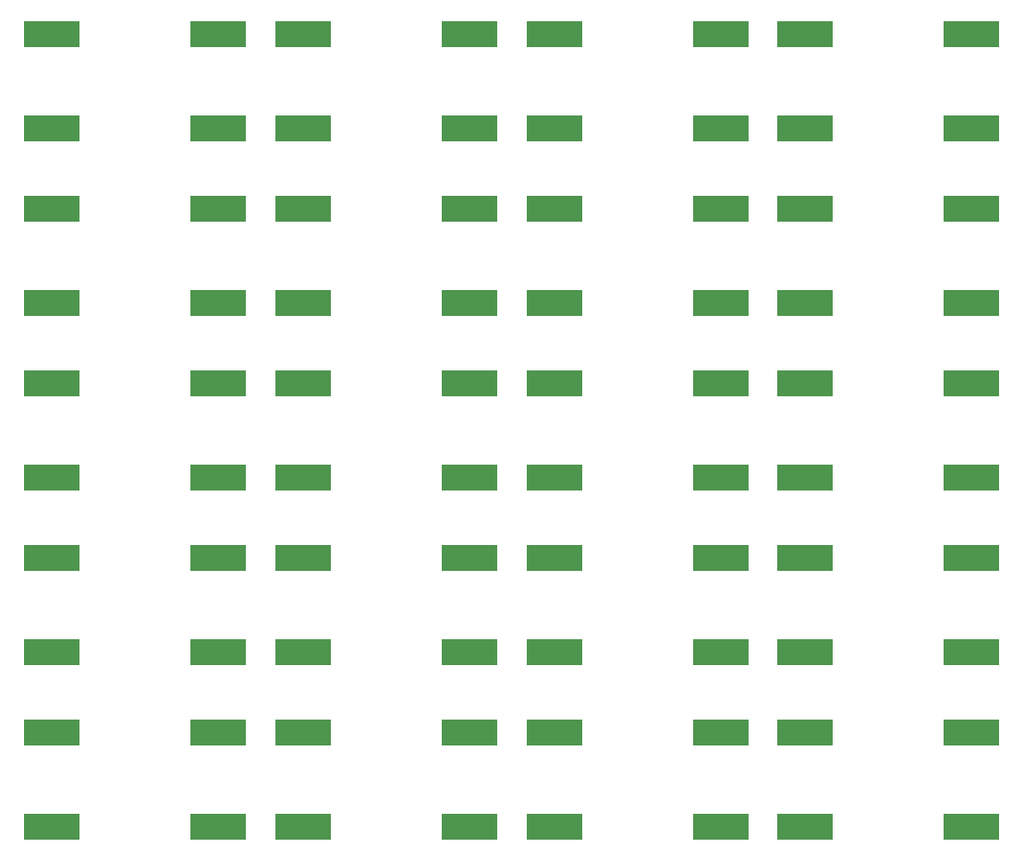
<source format=gbs>
%MOIN*%
%OFA0B0*%
%FSLAX46Y46*%
%IPPOS*%
%LPD*%
%ADD10R,0.2X0.095*%
%ADD21R,0.2X0.095*%
%ADD22R,0.2X0.095*%
%ADD23R,0.2X0.095*%
%ADD24R,0.2X0.095*%
%ADD25R,0.2X0.095*%
%ADD26R,0.2X0.095*%
%ADD27R,0.2X0.095*%
%ADD28R,0.2X0.095*%
%ADD29R,0.2X0.095*%
%ADD30R,0.2X0.095*%
%ADD31R,0.2X0.095*%
%ADD32R,0.2X0.095*%
%ADD33R,0.2X0.095*%
%ADD34R,0.2X0.095*%
%ADD35R,0.2X0.095*%
%ADD36R,0.2X0.095*%
%ADD37R,0.2X0.095*%
%ADD38R,0.2X0.095*%
%ADD39R,0.2X0.095*%
G01*
D10*
X-0001102362Y0001456692D02*
X0000097637Y0000111692D03*
X0000097637Y0000451692D03*
X0000697637Y0000451692D03*
X0000697637Y0000111692D03*
G04 next file*
G04 Gerber Fmt 4.6, Leading zero omitted, Abs format (unit mm)*
G04 Created by KiCad (PCBNEW (5.1.10)-1) date 2021-09-17 13:17:30*
G01*
G04 APERTURE LIST*
G04 APERTURE END LIST*
D21*
X-0001102362Y0002086614D02*
X0000097637Y0000741614D03*
X0000097637Y0001081614D03*
X0000697637Y0001081614D03*
X0000697637Y0000741614D03*
G04 next file*
G04 Gerber Fmt 4.6, Leading zero omitted, Abs format (unit mm)*
G04 Created by KiCad (PCBNEW (5.1.10)-1) date 2021-09-17 13:17:30*
G01*
G04 APERTURE LIST*
G04 APERTURE END LIST*
D22*
X-0001102362Y0002716535D02*
X0000097637Y0001371535D03*
X0000097637Y0001711535D03*
X0000697637Y0001711535D03*
X0000697637Y0001371535D03*
G04 next file*
G04 Gerber Fmt 4.6, Leading zero omitted, Abs format (unit mm)*
G04 Created by KiCad (PCBNEW (5.1.10)-1) date 2021-09-17 13:17:30*
G01*
G04 APERTURE LIST*
G04 APERTURE END LIST*
D23*
X-0001102362Y0003346456D02*
X0000097637Y0002001456D03*
X0000097637Y0002341456D03*
X0000697637Y0002341456D03*
X0000697637Y0002001456D03*
G04 next file*
G04 Gerber Fmt 4.6, Leading zero omitted, Abs format (unit mm)*
G04 Created by KiCad (PCBNEW (5.1.10)-1) date 2021-09-17 13:17:30*
G01*
G04 APERTURE LIST*
G04 APERTURE END LIST*
D24*
X-0001102362Y0003976377D02*
X0000097637Y0002631377D03*
X0000097637Y0002971377D03*
X0000697637Y0002971377D03*
X0000697637Y0002631377D03*
G04 next file*
G04 Gerber Fmt 4.6, Leading zero omitted, Abs format (unit mm)*
G04 Created by KiCad (PCBNEW (5.1.10)-1) date 2021-09-17 13:17:30*
G01*
G04 APERTURE LIST*
G04 APERTURE END LIST*
D25*
X-0000196850Y0001456692D02*
X0001003149Y0000111692D03*
X0001003149Y0000451692D03*
X0001603149Y0000451692D03*
X0001603149Y0000111692D03*
G04 next file*
G04 Gerber Fmt 4.6, Leading zero omitted, Abs format (unit mm)*
G04 Created by KiCad (PCBNEW (5.1.10)-1) date 2021-09-17 13:17:30*
G01*
G04 APERTURE LIST*
G04 APERTURE END LIST*
D26*
X-0000196850Y0002086614D02*
X0001003149Y0000741614D03*
X0001003149Y0001081614D03*
X0001603149Y0001081614D03*
X0001603149Y0000741614D03*
G04 next file*
G04 Gerber Fmt 4.6, Leading zero omitted, Abs format (unit mm)*
G04 Created by KiCad (PCBNEW (5.1.10)-1) date 2021-09-17 13:17:30*
G01*
G04 APERTURE LIST*
G04 APERTURE END LIST*
D27*
X-0000196850Y0002716535D02*
X0001003149Y0001371535D03*
X0001003149Y0001711535D03*
X0001603149Y0001711535D03*
X0001603149Y0001371535D03*
G04 next file*
G04 Gerber Fmt 4.6, Leading zero omitted, Abs format (unit mm)*
G04 Created by KiCad (PCBNEW (5.1.10)-1) date 2021-09-17 13:17:30*
G01*
G04 APERTURE LIST*
G04 APERTURE END LIST*
D28*
X-0000196850Y0003346456D02*
X0001003149Y0002001456D03*
X0001003149Y0002341456D03*
X0001603149Y0002341456D03*
X0001603149Y0002001456D03*
G04 next file*
G04 Gerber Fmt 4.6, Leading zero omitted, Abs format (unit mm)*
G04 Created by KiCad (PCBNEW (5.1.10)-1) date 2021-09-17 13:17:30*
G01*
G04 APERTURE LIST*
G04 APERTURE END LIST*
D29*
X-0000196850Y0003976377D02*
X0001003149Y0002631377D03*
X0001003149Y0002971377D03*
X0001603149Y0002971377D03*
X0001603149Y0002631377D03*
G04 next file*
G04 Gerber Fmt 4.6, Leading zero omitted, Abs format (unit mm)*
G04 Created by KiCad (PCBNEW (5.1.10)-1) date 2021-09-17 13:17:30*
G01*
G04 APERTURE LIST*
G04 APERTURE END LIST*
D30*
X0000708661Y0001456692D02*
X0001908661Y0000111692D03*
X0001908661Y0000451692D03*
X0002508661Y0000451692D03*
X0002508661Y0000111692D03*
G04 next file*
G04 Gerber Fmt 4.6, Leading zero omitted, Abs format (unit mm)*
G04 Created by KiCad (PCBNEW (5.1.10)-1) date 2021-09-17 13:17:30*
G01*
G04 APERTURE LIST*
G04 APERTURE END LIST*
D31*
X0000708661Y0002086614D02*
X0001908661Y0000741614D03*
X0001908661Y0001081614D03*
X0002508661Y0001081614D03*
X0002508661Y0000741614D03*
G04 next file*
G04 Gerber Fmt 4.6, Leading zero omitted, Abs format (unit mm)*
G04 Created by KiCad (PCBNEW (5.1.10)-1) date 2021-09-17 13:17:30*
G01*
G04 APERTURE LIST*
G04 APERTURE END LIST*
D32*
X0000708661Y0002716535D02*
X0001908661Y0001371535D03*
X0001908661Y0001711535D03*
X0002508661Y0001711535D03*
X0002508661Y0001371535D03*
G04 next file*
G04 Gerber Fmt 4.6, Leading zero omitted, Abs format (unit mm)*
G04 Created by KiCad (PCBNEW (5.1.10)-1) date 2021-09-17 13:17:30*
G01*
G04 APERTURE LIST*
G04 APERTURE END LIST*
D33*
X0000708661Y0003346456D02*
X0001908661Y0002001456D03*
X0001908661Y0002341456D03*
X0002508661Y0002341456D03*
X0002508661Y0002001456D03*
G04 next file*
G04 Gerber Fmt 4.6, Leading zero omitted, Abs format (unit mm)*
G04 Created by KiCad (PCBNEW (5.1.10)-1) date 2021-09-17 13:17:30*
G01*
G04 APERTURE LIST*
G04 APERTURE END LIST*
D34*
X0000708661Y0003976377D02*
X0001908661Y0002631377D03*
X0001908661Y0002971377D03*
X0002508661Y0002971377D03*
X0002508661Y0002631377D03*
G04 next file*
G04 Gerber Fmt 4.6, Leading zero omitted, Abs format (unit mm)*
G04 Created by KiCad (PCBNEW (5.1.10)-1) date 2021-09-17 13:17:30*
G01*
G04 APERTURE LIST*
G04 APERTURE END LIST*
D35*
X0001614173Y0001456692D02*
X0002814173Y0000111692D03*
X0002814173Y0000451692D03*
X0003414173Y0000451692D03*
X0003414173Y0000111692D03*
G04 next file*
G04 Gerber Fmt 4.6, Leading zero omitted, Abs format (unit mm)*
G04 Created by KiCad (PCBNEW (5.1.10)-1) date 2021-09-17 13:17:30*
G01*
G04 APERTURE LIST*
G04 APERTURE END LIST*
D36*
X0001614173Y0002086614D02*
X0002814173Y0000741614D03*
X0002814173Y0001081614D03*
X0003414173Y0001081614D03*
X0003414173Y0000741614D03*
G04 next file*
G04 Gerber Fmt 4.6, Leading zero omitted, Abs format (unit mm)*
G04 Created by KiCad (PCBNEW (5.1.10)-1) date 2021-09-17 13:17:30*
G01*
G04 APERTURE LIST*
G04 APERTURE END LIST*
D37*
X0001614173Y0002716535D02*
X0002814173Y0001371535D03*
X0002814173Y0001711535D03*
X0003414173Y0001711535D03*
X0003414173Y0001371535D03*
G04 next file*
G04 Gerber Fmt 4.6, Leading zero omitted, Abs format (unit mm)*
G04 Created by KiCad (PCBNEW (5.1.10)-1) date 2021-09-17 13:17:30*
G01*
G04 APERTURE LIST*
G04 APERTURE END LIST*
D38*
X0001614173Y0003346456D02*
X0002814173Y0002001456D03*
X0002814173Y0002341456D03*
X0003414173Y0002341456D03*
X0003414173Y0002001456D03*
G04 next file*
G04 Gerber Fmt 4.6, Leading zero omitted, Abs format (unit mm)*
G04 Created by KiCad (PCBNEW (5.1.10)-1) date 2021-09-17 13:17:30*
G01*
G04 APERTURE LIST*
G04 APERTURE END LIST*
D39*
X0001614173Y0003976377D02*
X0002814173Y0002631377D03*
X0002814173Y0002971377D03*
X0003414173Y0002971377D03*
X0003414173Y0002631377D03*
M02*
</source>
